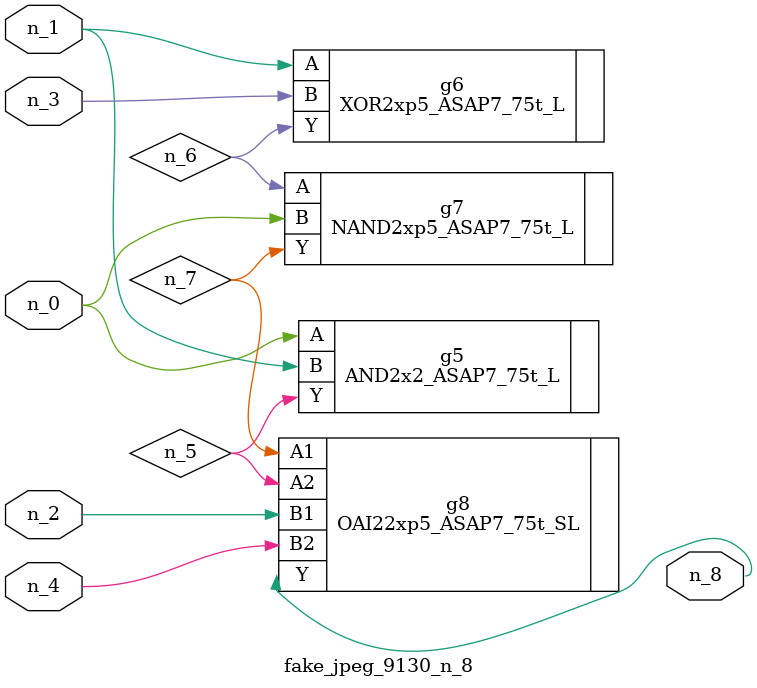
<source format=v>
module fake_jpeg_9130_n_8 (n_3, n_2, n_1, n_0, n_4, n_8);

input n_3;
input n_2;
input n_1;
input n_0;
input n_4;

output n_8;

wire n_6;
wire n_5;
wire n_7;

AND2x2_ASAP7_75t_L g5 ( 
.A(n_0),
.B(n_1),
.Y(n_5)
);

XOR2xp5_ASAP7_75t_L g6 ( 
.A(n_1),
.B(n_3),
.Y(n_6)
);

NAND2xp5_ASAP7_75t_L g7 ( 
.A(n_6),
.B(n_0),
.Y(n_7)
);

OAI22xp5_ASAP7_75t_SL g8 ( 
.A1(n_7),
.A2(n_5),
.B1(n_2),
.B2(n_4),
.Y(n_8)
);


endmodule
</source>
